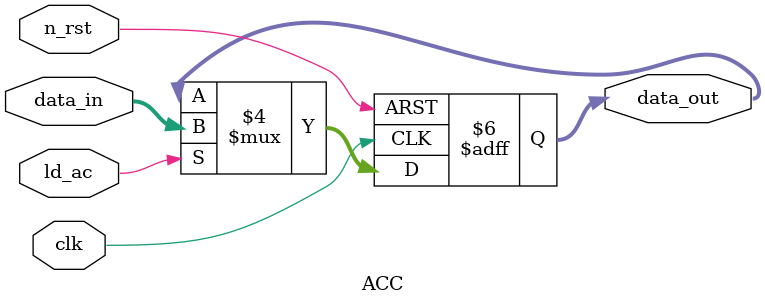
<source format=v>
module ACC #(
    parameter DATA_WIDTH = 8
) (
    input clk ,
    input n_rst,
    input ld_ac,
    input [DATA_WIDTH - 1 : 0] data_in, 
    output reg [DATA_WIDTH - 1 : 0] data_out
);

always @(posedge clk or negedge n_rst) begin
    if (!n_rst) begin
        data_out <= {DATA_WIDTH{1'b0}};
    end
    else if (ld_ac) begin
        data_out <= data_in;
    end
    else begin
        data_out <= data_out;
    end
end
    
endmodule
</source>
